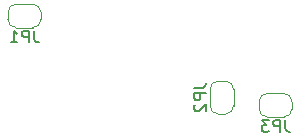
<source format=gbr>
%TF.GenerationSoftware,KiCad,Pcbnew,8.0.4*%
%TF.CreationDate,2024-12-11T23:07:32+07:00*%
%TF.ProjectId,G474-dev-board,47343734-2d64-4657-962d-626f6172642e,rev?*%
%TF.SameCoordinates,Original*%
%TF.FileFunction,Legend,Bot*%
%TF.FilePolarity,Positive*%
%FSLAX46Y46*%
G04 Gerber Fmt 4.6, Leading zero omitted, Abs format (unit mm)*
G04 Created by KiCad (PCBNEW 8.0.4) date 2024-12-11 23:07:32*
%MOMM*%
%LPD*%
G01*
G04 APERTURE LIST*
%ADD10C,0.150000*%
%ADD11C,0.120000*%
G04 APERTURE END LIST*
D10*
X128696933Y-124292419D02*
X128696933Y-125006704D01*
X128696933Y-125006704D02*
X128744552Y-125149561D01*
X128744552Y-125149561D02*
X128839790Y-125244800D01*
X128839790Y-125244800D02*
X128982647Y-125292419D01*
X128982647Y-125292419D02*
X129077885Y-125292419D01*
X128220742Y-125292419D02*
X128220742Y-124292419D01*
X128220742Y-124292419D02*
X127839790Y-124292419D01*
X127839790Y-124292419D02*
X127744552Y-124340038D01*
X127744552Y-124340038D02*
X127696933Y-124387657D01*
X127696933Y-124387657D02*
X127649314Y-124482895D01*
X127649314Y-124482895D02*
X127649314Y-124625752D01*
X127649314Y-124625752D02*
X127696933Y-124720990D01*
X127696933Y-124720990D02*
X127744552Y-124768609D01*
X127744552Y-124768609D02*
X127839790Y-124816228D01*
X127839790Y-124816228D02*
X128220742Y-124816228D01*
X126696933Y-125292419D02*
X127268361Y-125292419D01*
X126982647Y-125292419D02*
X126982647Y-124292419D01*
X126982647Y-124292419D02*
X127077885Y-124435276D01*
X127077885Y-124435276D02*
X127173123Y-124530514D01*
X127173123Y-124530514D02*
X127268361Y-124578133D01*
X149956733Y-131861619D02*
X149956733Y-132575904D01*
X149956733Y-132575904D02*
X150004352Y-132718761D01*
X150004352Y-132718761D02*
X150099590Y-132814000D01*
X150099590Y-132814000D02*
X150242447Y-132861619D01*
X150242447Y-132861619D02*
X150337685Y-132861619D01*
X149480542Y-132861619D02*
X149480542Y-131861619D01*
X149480542Y-131861619D02*
X149099590Y-131861619D01*
X149099590Y-131861619D02*
X149004352Y-131909238D01*
X149004352Y-131909238D02*
X148956733Y-131956857D01*
X148956733Y-131956857D02*
X148909114Y-132052095D01*
X148909114Y-132052095D02*
X148909114Y-132194952D01*
X148909114Y-132194952D02*
X148956733Y-132290190D01*
X148956733Y-132290190D02*
X149004352Y-132337809D01*
X149004352Y-132337809D02*
X149099590Y-132385428D01*
X149099590Y-132385428D02*
X149480542Y-132385428D01*
X148575780Y-131861619D02*
X147956733Y-131861619D01*
X147956733Y-131861619D02*
X148290066Y-132242571D01*
X148290066Y-132242571D02*
X148147209Y-132242571D01*
X148147209Y-132242571D02*
X148051971Y-132290190D01*
X148051971Y-132290190D02*
X148004352Y-132337809D01*
X148004352Y-132337809D02*
X147956733Y-132433047D01*
X147956733Y-132433047D02*
X147956733Y-132671142D01*
X147956733Y-132671142D02*
X148004352Y-132766380D01*
X148004352Y-132766380D02*
X148051971Y-132814000D01*
X148051971Y-132814000D02*
X148147209Y-132861619D01*
X148147209Y-132861619D02*
X148432923Y-132861619D01*
X148432923Y-132861619D02*
X148528161Y-132814000D01*
X148528161Y-132814000D02*
X148575780Y-132766380D01*
X142231619Y-129123466D02*
X142945904Y-129123466D01*
X142945904Y-129123466D02*
X143088761Y-129075847D01*
X143088761Y-129075847D02*
X143184000Y-128980609D01*
X143184000Y-128980609D02*
X143231619Y-128837752D01*
X143231619Y-128837752D02*
X143231619Y-128742514D01*
X143231619Y-129599657D02*
X142231619Y-129599657D01*
X142231619Y-129599657D02*
X142231619Y-129980609D01*
X142231619Y-129980609D02*
X142279238Y-130075847D01*
X142279238Y-130075847D02*
X142326857Y-130123466D01*
X142326857Y-130123466D02*
X142422095Y-130171085D01*
X142422095Y-130171085D02*
X142564952Y-130171085D01*
X142564952Y-130171085D02*
X142660190Y-130123466D01*
X142660190Y-130123466D02*
X142707809Y-130075847D01*
X142707809Y-130075847D02*
X142755428Y-129980609D01*
X142755428Y-129980609D02*
X142755428Y-129599657D01*
X142326857Y-130552038D02*
X142279238Y-130599657D01*
X142279238Y-130599657D02*
X142231619Y-130694895D01*
X142231619Y-130694895D02*
X142231619Y-130932990D01*
X142231619Y-130932990D02*
X142279238Y-131028228D01*
X142279238Y-131028228D02*
X142326857Y-131075847D01*
X142326857Y-131075847D02*
X142422095Y-131123466D01*
X142422095Y-131123466D02*
X142517333Y-131123466D01*
X142517333Y-131123466D02*
X142660190Y-131075847D01*
X142660190Y-131075847D02*
X143231619Y-130504419D01*
X143231619Y-130504419D02*
X143231619Y-131123466D01*
D11*
%TO.C,JP1*%
X126463600Y-123337600D02*
X126463600Y-122737600D01*
X128563600Y-124037600D02*
X127163600Y-124037600D01*
X127163600Y-122037600D02*
X128563600Y-122037600D01*
X129263600Y-122737600D02*
X129263600Y-123337600D01*
X127163600Y-124037600D02*
G75*
G02*
X126463600Y-123337600I-1J699999D01*
G01*
X126463600Y-122737600D02*
G75*
G02*
X127163600Y-122037600I699999J1D01*
G01*
X129263600Y-123337600D02*
G75*
G02*
X128563600Y-124037600I-700000J0D01*
G01*
X128563600Y-122037600D02*
G75*
G02*
X129263600Y-122737600I0J-700000D01*
G01*
%TO.C,JP3*%
X147723400Y-130906800D02*
X147723400Y-130306800D01*
X148423400Y-129606800D02*
X149823400Y-129606800D01*
X149823400Y-131606800D02*
X148423400Y-131606800D01*
X150523400Y-130306800D02*
X150523400Y-130906800D01*
X147723400Y-130306800D02*
G75*
G02*
X148423400Y-129606800I699999J1D01*
G01*
X148423400Y-131606800D02*
G75*
G02*
X147723400Y-130906800I-1J699999D01*
G01*
X149823400Y-129606800D02*
G75*
G02*
X150523400Y-130306800I0J-700000D01*
G01*
X150523400Y-130906800D02*
G75*
G02*
X149823400Y-131606800I-700000J0D01*
G01*
%TO.C,JP2*%
X143576800Y-130656800D02*
X143576800Y-129256800D01*
X144276800Y-128556800D02*
X144876800Y-128556800D01*
X144876800Y-131356800D02*
X144276800Y-131356800D01*
X145576800Y-129256800D02*
X145576800Y-130656800D01*
X143576800Y-129256800D02*
G75*
G02*
X144276800Y-128556800I699999J1D01*
G01*
X144276800Y-131356800D02*
G75*
G02*
X143576800Y-130656800I0J700000D01*
G01*
X144876800Y-128556800D02*
G75*
G02*
X145576800Y-129256800I1J-699999D01*
G01*
X145576800Y-130656800D02*
G75*
G02*
X144876800Y-131356800I-700000J0D01*
G01*
%TD*%
M02*

</source>
